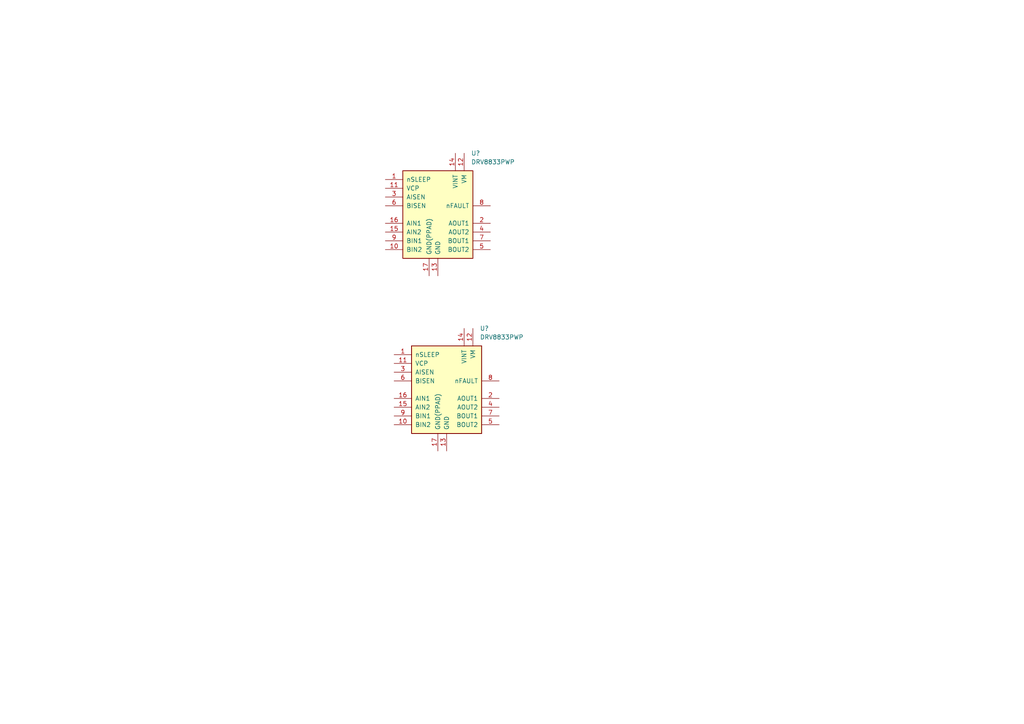
<source format=kicad_sch>
(kicad_sch (version 20211123) (generator eeschema)

  (uuid 5425b219-427f-4d97-b6d5-79e1196aada5)

  (paper "A4")

  (lib_symbols
    (symbol "Driver_Motor:DRV8833PWP" (pin_names (offset 1.016)) (in_bom yes) (on_board yes)
      (property "Reference" "U" (id 0) (at -3.81 16.51 0)
        (effects (font (size 1.27 1.27)))
      )
      (property "Value" "DRV8833PWP" (id 1) (at -3.81 13.97 0)
        (effects (font (size 1.27 1.27)))
      )
      (property "Footprint" "Package_SO:HTSSOP-16-1EP_4.4x5mm_P0.65mm_EP3.4x5mm_Mask2.46x2.31mm_ThermalVias" (id 2) (at 11.43 11.43 0)
        (effects (font (size 1.27 1.27)) (justify left) hide)
      )
      (property "Datasheet" "http://www.ti.com/lit/ds/symlink/drv8833.pdf" (id 3) (at -3.81 13.97 0)
        (effects (font (size 1.27 1.27)) hide)
      )
      (property "ki_keywords" "H-bridge motor driver" (id 4) (at 0 0 0)
        (effects (font (size 1.27 1.27)) hide)
      )
      (property "ki_description" "Dual H-Bridge Motor Driver, HTSSOP-16" (id 5) (at 0 0 0)
        (effects (font (size 1.27 1.27)) hide)
      )
      (property "ki_fp_filters" "HTSSOP-16-1EP*4.4x5mm*P0.65mm*" (id 6) (at 0 0 0)
        (effects (font (size 1.27 1.27)) hide)
      )
      (symbol "DRV8833PWP_0_1"
        (rectangle (start -10.16 12.7) (end 10.16 -12.7)
          (stroke (width 0.254) (type default) (color 0 0 0 0))
          (fill (type background))
        )
      )
      (symbol "DRV8833PWP_1_1"
        (pin input line (at -15.24 10.16 0) (length 5.08)
          (name "nSLEEP" (effects (font (size 1.27 1.27))))
          (number "1" (effects (font (size 1.27 1.27))))
        )
        (pin input line (at -15.24 -10.16 0) (length 5.08)
          (name "BIN2" (effects (font (size 1.27 1.27))))
          (number "10" (effects (font (size 1.27 1.27))))
        )
        (pin bidirectional line (at -15.24 7.62 0) (length 5.08)
          (name "VCP" (effects (font (size 1.27 1.27))))
          (number "11" (effects (font (size 1.27 1.27))))
        )
        (pin power_in line (at 7.62 17.78 270) (length 5.08)
          (name "VM" (effects (font (size 1.27 1.27))))
          (number "12" (effects (font (size 1.27 1.27))))
        )
        (pin power_in line (at 0 -17.78 90) (length 5.08)
          (name "GND" (effects (font (size 1.27 1.27))))
          (number "13" (effects (font (size 1.27 1.27))))
        )
        (pin power_in line (at 5.08 17.78 270) (length 5.08)
          (name "VINT" (effects (font (size 1.27 1.27))))
          (number "14" (effects (font (size 1.27 1.27))))
        )
        (pin input line (at -15.24 -5.08 0) (length 5.08)
          (name "AIN2" (effects (font (size 1.27 1.27))))
          (number "15" (effects (font (size 1.27 1.27))))
        )
        (pin input line (at -15.24 -2.54 0) (length 5.08)
          (name "AIN1" (effects (font (size 1.27 1.27))))
          (number "16" (effects (font (size 1.27 1.27))))
        )
        (pin power_in line (at -2.54 -17.78 90) (length 5.08)
          (name "GND(PPAD)" (effects (font (size 1.27 1.27))))
          (number "17" (effects (font (size 1.27 1.27))))
        )
        (pin power_out line (at 15.24 -2.54 180) (length 5.08)
          (name "AOUT1" (effects (font (size 1.27 1.27))))
          (number "2" (effects (font (size 1.27 1.27))))
        )
        (pin bidirectional line (at -15.24 5.08 0) (length 5.08)
          (name "AISEN" (effects (font (size 1.27 1.27))))
          (number "3" (effects (font (size 1.27 1.27))))
        )
        (pin power_out line (at 15.24 -5.08 180) (length 5.08)
          (name "AOUT2" (effects (font (size 1.27 1.27))))
          (number "4" (effects (font (size 1.27 1.27))))
        )
        (pin power_out line (at 15.24 -10.16 180) (length 5.08)
          (name "BOUT2" (effects (font (size 1.27 1.27))))
          (number "5" (effects (font (size 1.27 1.27))))
        )
        (pin bidirectional line (at -15.24 2.54 0) (length 5.08)
          (name "BISEN" (effects (font (size 1.27 1.27))))
          (number "6" (effects (font (size 1.27 1.27))))
        )
        (pin power_out line (at 15.24 -7.62 180) (length 5.08)
          (name "BOUT1" (effects (font (size 1.27 1.27))))
          (number "7" (effects (font (size 1.27 1.27))))
        )
        (pin open_collector line (at 15.24 2.54 180) (length 5.08)
          (name "nFAULT" (effects (font (size 1.27 1.27))))
          (number "8" (effects (font (size 1.27 1.27))))
        )
        (pin input line (at -15.24 -7.62 0) (length 5.08)
          (name "BIN1" (effects (font (size 1.27 1.27))))
          (number "9" (effects (font (size 1.27 1.27))))
        )
      )
    )
  )


  (symbol (lib_id "Driver_Motor:DRV8833PWP") (at 127 62.23 0) (unit 1)
    (in_bom yes) (on_board yes) (fields_autoplaced)
    (uuid bd3a0473-2d2d-4f61-8e9c-1a2e91d140dc)
    (property "Reference" "U?" (id 0) (at 136.6394 44.45 0)
      (effects (font (size 1.27 1.27)) (justify left))
    )
    (property "Value" "DRV8833PWP" (id 1) (at 136.6394 46.99 0)
      (effects (font (size 1.27 1.27)) (justify left))
    )
    (property "Footprint" "Package_SO:HTSSOP-16-1EP_4.4x5mm_P0.65mm_EP3.4x5mm_Mask2.46x2.31mm_ThermalVias" (id 2) (at 138.43 50.8 0)
      (effects (font (size 1.27 1.27)) (justify left) hide)
    )
    (property "Datasheet" "http://www.ti.com/lit/ds/symlink/drv8833.pdf" (id 3) (at 123.19 48.26 0)
      (effects (font (size 1.27 1.27)) hide)
    )
    (pin "1" (uuid 567a3afc-cb5d-474e-8da3-07725a07c160))
    (pin "10" (uuid c15fb30c-37d8-4edc-a930-b13a84d01b7f))
    (pin "11" (uuid d31e4cd9-b980-44cf-9132-d7fdaa435cbf))
    (pin "12" (uuid b24f9fdc-baed-4dd1-afba-1bfa30a5d859))
    (pin "13" (uuid 7ef24860-89a3-47e2-af1b-dcfcdd8f2918))
    (pin "14" (uuid 0d0f40c8-f81f-49a3-89be-27b4d9d1dd37))
    (pin "15" (uuid a3f20042-e02f-49bc-8484-6f6279c3c231))
    (pin "16" (uuid 774aa2e1-5467-46d9-aa36-5f1f0c29e920))
    (pin "17" (uuid d226bd55-bcc6-4938-a373-8478760bb3ca))
    (pin "2" (uuid 19191338-9099-4930-a5e8-1f494dc47f7b))
    (pin "3" (uuid 21c4dae2-78be-4996-96d0-e8edc99650d9))
    (pin "4" (uuid a78997f7-7396-45a6-8f60-5e12cc78841e))
    (pin "5" (uuid bd95bdae-11f9-464b-8b19-88151234205b))
    (pin "6" (uuid d02e448f-2392-4614-bbc6-737368359c32))
    (pin "7" (uuid 2821530a-ca65-408b-ae41-c7c2b5974529))
    (pin "8" (uuid a2d8ce56-3b91-46b7-9dab-5c183277444a))
    (pin "9" (uuid 68fb0413-cb4d-4f22-a80d-7b8d95f1146a))
  )

  (symbol (lib_id "Driver_Motor:DRV8833PWP") (at 129.54 113.03 0) (unit 1)
    (in_bom yes) (on_board yes) (fields_autoplaced)
    (uuid c872178c-9aef-4a69-8ce3-c247d1276417)
    (property "Reference" "U?" (id 0) (at 139.1794 95.25 0)
      (effects (font (size 1.27 1.27)) (justify left))
    )
    (property "Value" "DRV8833PWP" (id 1) (at 139.1794 97.79 0)
      (effects (font (size 1.27 1.27)) (justify left))
    )
    (property "Footprint" "Package_SO:HTSSOP-16-1EP_4.4x5mm_P0.65mm_EP3.4x5mm_Mask2.46x2.31mm_ThermalVias" (id 2) (at 140.97 101.6 0)
      (effects (font (size 1.27 1.27)) (justify left) hide)
    )
    (property "Datasheet" "http://www.ti.com/lit/ds/symlink/drv8833.pdf" (id 3) (at 125.73 99.06 0)
      (effects (font (size 1.27 1.27)) hide)
    )
    (pin "1" (uuid 3dd442af-a16c-47fa-beb3-98892de0fa3b))
    (pin "10" (uuid 3dd3dee5-69fe-4033-a6e7-764df23bc322))
    (pin "11" (uuid 83af5f62-d5c2-433b-bc59-7159c8533d4f))
    (pin "12" (uuid cd1e38a7-c59a-4741-a3e4-4c7e0d174407))
    (pin "13" (uuid 10960bd6-97c0-49aa-bc67-897062ec8201))
    (pin "14" (uuid 4459ccff-427a-4ac7-bb7c-bc170dbd2fdb))
    (pin "15" (uuid c94c4a9b-ce7c-43ad-a620-cd4419814fde))
    (pin "16" (uuid 153137ad-e0b9-41cc-9105-de304cf1c597))
    (pin "17" (uuid a871664c-d9ac-4a1c-97df-73a04d837692))
    (pin "2" (uuid f67aa89f-4a3a-4a70-8ba2-75f0a5336ad2))
    (pin "3" (uuid 76da582b-a6e7-41ea-9e7c-e7ba82cb1a05))
    (pin "4" (uuid 5a9a7edf-f3ba-4785-ad82-b3531dc864e2))
    (pin "5" (uuid 2d3ffad3-01fa-4423-aeb6-47d218313881))
    (pin "6" (uuid 3a1edb9d-46f6-4eba-bcb8-901c6da6f1a4))
    (pin "7" (uuid f8bc54c2-8c5c-4737-8da1-6656aae64c76))
    (pin "8" (uuid eeaadc08-a342-4adc-8de9-e2afaa8f8a3e))
    (pin "9" (uuid 0c74d680-b609-454f-85fa-715b417ebdc7))
  )
)

</source>
